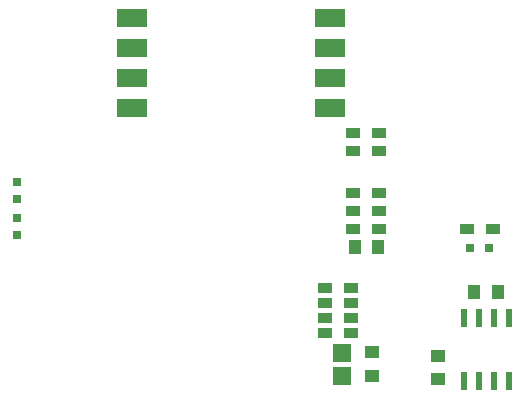
<source format=gtp>
G04 #@! TF.FileFunction,Paste,Top*
%FSLAX46Y46*%
G04 Gerber Fmt 4.6, Leading zero omitted, Abs format (unit mm)*
G04 Created by KiCad (PCBNEW 4.0.6) date 03/12/17 16:14:44*
%MOMM*%
%LPD*%
G01*
G04 APERTURE LIST*
%ADD10C,0.100000*%
%ADD11R,1.250000X1.000000*%
%ADD12R,1.000000X1.250000*%
%ADD13R,0.750000X0.800000*%
%ADD14R,1.200000X0.900000*%
%ADD15R,0.600000X1.550000*%
%ADD16R,0.800000X0.800000*%
%ADD17R,2.540000X1.520000*%
%ADD18R,1.524000X1.524000*%
G04 APERTURE END LIST*
D10*
D11*
X92526000Y-87030000D03*
X92526000Y-85030000D03*
X86938000Y-84760000D03*
X86938000Y-86760000D03*
D12*
X97574000Y-79680000D03*
X95574000Y-79680000D03*
D13*
X56839000Y-70294000D03*
X56839000Y-71794000D03*
X56839000Y-74842000D03*
X56839000Y-73342000D03*
D14*
X94912000Y-74295000D03*
X97112000Y-74295000D03*
X85136972Y-79294740D03*
X82936972Y-79294740D03*
X85136972Y-80564739D03*
X82936972Y-80564739D03*
X85136973Y-81834738D03*
X82936973Y-81834738D03*
X85136973Y-83104740D03*
X82936973Y-83104740D03*
D15*
X98495000Y-81806000D03*
X97225000Y-81806000D03*
X95955000Y-81806000D03*
X94685000Y-81806000D03*
X94685000Y-87206000D03*
X95955000Y-87206000D03*
X97225000Y-87206000D03*
X98495000Y-87206000D03*
D12*
X87430000Y-75870000D03*
X85430000Y-75870000D03*
D16*
X96812000Y-75946000D03*
X95212000Y-75946000D03*
D14*
X87530000Y-66218000D03*
X85330000Y-66218000D03*
X87530000Y-67742000D03*
X85330000Y-67742000D03*
X87530000Y-71298000D03*
X85330000Y-71298000D03*
X87530000Y-72822000D03*
X85330000Y-72822000D03*
X87530000Y-74346000D03*
X85330000Y-74346000D03*
D17*
X66620000Y-56439000D03*
X66618000Y-58979000D03*
X66618000Y-61519000D03*
X66618000Y-64059000D03*
X83378000Y-61519000D03*
X83380000Y-56439000D03*
X83378000Y-58979000D03*
X83378000Y-64059000D03*
D18*
X84398000Y-84836200D03*
X84398000Y-86715800D03*
M02*

</source>
